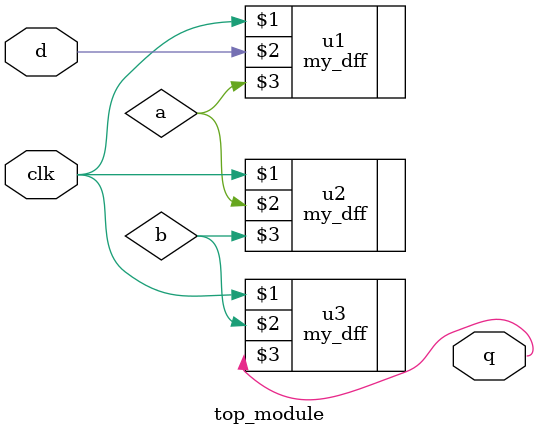
<source format=v>
module top_module ( input clk, input d, output q );
    wire a,b;
    my_dff u1(clk,d,a);
    my_dff u2(clk,a,b);
    my_dff u3(clk,b,q);
endmodule

</source>
